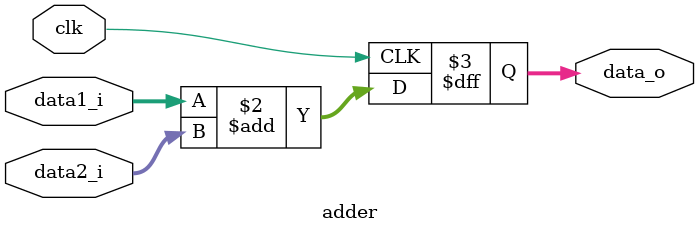
<source format=v>

module adder #(
      
      //=============================
      // Top level block parameters
      //=============================
      parameter SIGNED       =  1,  // signed number or not 
      parameter DATA_WIDTH_1 = 16,  // number of input bits for input 1 
      parameter DATA_WIDTH_2 = 16   // number of input bits for input 2
   ) (
      //==============
      // Input Ports
      //==============
      input                           clk,
      `ifdef SIGNED
      input signed [DATA_WIDTH_1-1:0] data1_i,
      input signed [DATA_WIDTH_2-1:0] data2_i,
      `else
      input        [DATA_WIDTH_1-1:0] data1_i,
      input        [DATA_WIDTH_2-1:0] data2_i,
      `endif

      //===============
      // Output Ports
      //===============
      `ifdef DATA_WIDTH_1 > DATA_WIDTH_2
         `ifdef SIGNED
         output reg signed [DATA_WIDTH_1:0] data_o
         `else 
         output reg        [DATA_WIDTH_1:0] data_o
         `endif
      `else
         `ifdef SIGNED
         output reg signed [DATA_WIDTH_2:0] data_o
         `else 
         output reg        [DATA_WIDTH_2:0] data_o
         `endif
      `endif
   );
   
   //=================
   // Addition Logic
   //=================
   always @ (posedge clk) begin
      data_o <= data1_i + data2_i;
   end
   
endmodule

</source>
